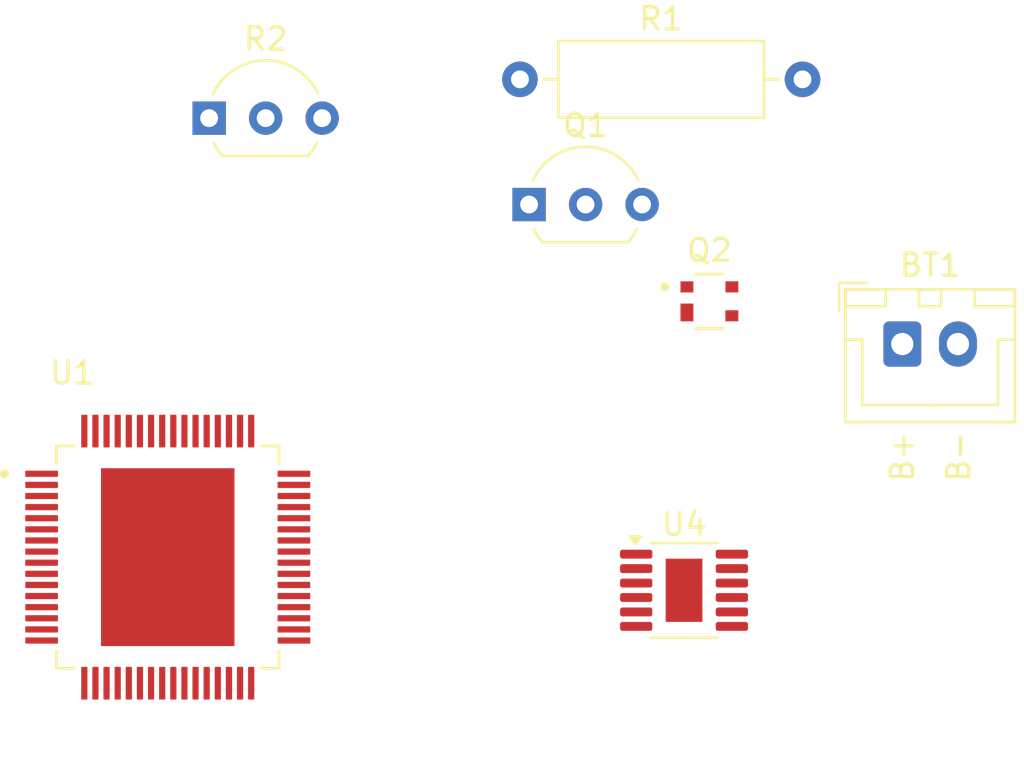
<source format=kicad_pcb>
(kicad_pcb (version 20240108) (generator "pcbnew") (generator_version "8.0")
  (layers (0 "F.Cu" signal) (31 "B.Cu" signal) (34 "B.Paste" user) (35 "F.Paste" user) (36 "B.SilkS" user "B.Silkscreen") (37 "F.SilkS" user "F.Silkscreen") (38 "B.Mask" user) (39 "F.Mask" user) (44 "Edge.Cuts" user))
  (net 0 "")
  (net 1 "Net-(BT1-+)")
  (net 2 "Net-(BT1--)")
  (net 3 "/Input/A1")
  (net 4 "Net-(Q1-G)")
  (net 5 "Net-(Q1-S)")
  (net 6 "/Input/A2")
  (net 7 "GND")
  (net 8 "Net-(C3-Pad2)")
  (net 9 "Net-(Q2-B)")
  (net 10 "Net-(U4-C+)")
  (net 11 "Net-(U4-C-)")
  (net 12 "/Battery Charger/~{PQR}")
  (net 13 "Net-(SW1A-A)")
  (net 14 "Net-(U4-OUTS{slash}ADJ)")
  (net 15 "Net-(U1-RD3)")
  (net 16 "/-Vin")
  (net 17 "Net-(J4-Pin_1)")
  (net 20 "/BufferdVref")
  (net 21 "/SDA1")
  (net 22 "/CBIAS")
  (net 24 "/Vref")
  (net 25 "Net-(J2-Pin_1)")
  (net 26 "Net-(BT2-+)")
  (net 27 "/ROL")
  (net 28 "/SCL1")
  (net 29 "Net-(J2-Pin_4)")
  (net 30 "Net-(J4-Pin_4)")
  (net 32 "Net-(J2-Pin_7)")
  (net 33 "Net-(J2-Pin_6)")
  (net 34 "Net-(U1-RD2)")
  (net 38 "/RSW")
  (net 39 "Net-(J2-Pin_2)")
  (net 40 "Net-(U1-SOSCO)")
  (net 41 "Net-(U1-RD1)")
  (net 43 "Net-(U1-RD4)")
  (net 44 "Net-(J4-Pin_5)")
  (net 46 "+3.3V")
  (net 47 "/SEL0")
  (net 48 "/L")
  (net 49 "Net-(U1-Vcap)")
  (net 50 "Net-(U1-SOSCI)")
  (net 52 "Net-(J2-Pin_3)")
  (net 54 "/INTO")
  (net 55 "/SEL2")
  (net 57 "/RBL")
  (net 58 "Net-(J2-Pin_8)")
  (net 61 "/X1")
  (net 62 "/SEL1")
  (net 63 "/T1CK")
  (net 65 "Net-(J2-Pin_5)")
  (net 66 "/X0")
  (net 67 "/R")
  (net 68 "/+Vin")
  (net 69 "Net-(C2-Pad1)")
  (footprint "Package_TO_SOT_THT:TO-92L_Inline_Wide" (layer "F.Cu") (at 152.81 102.945)
    (property "Reference" "Q1" (at 2.54 -3.56 0) (layer "F.SilkS"))
    (property "Value" "BF245B")
    (fp_line (start 0.6 1.7) (end 4.45 1.7) (stroke (width 0.12)) (layer "F.SilkS"))
    (fp_arc (start 0.1836 -1.098807) (mid 1.143021 -2.192817) (end 2.54 -2.6) (stroke (width 0.12)) (layer "F.SilkS"))
    (fp_arc (start 0.6 1.7) (mid 0.389183 1.423933) (end 0.217369 1.122045) (stroke (width 0.12)) (layer "F.SilkS"))
    (fp_arc (start 2.54 -2.6) (mid 3.936979 -2.192818) (end 4.8964 -1.098807) (stroke (width 0.12)) (layer "F.SilkS"))
    (fp_arc (start 4.842383 1.112264) (mid 4.666594 1.419753) (end 4.45 1.7) (stroke (width 0.12)) (layer "F.SilkS"))
    (pad "1" thru_hole rect (at 0 0) (size 1.5 1.5) (drill 0.8) (layers "*.Cu" "*.Mask") (net 4 "Net-(Q1-G)"))
    (pad "2" thru_hole circle (at 2.54 0) (size 1.5 1.5) (drill 0.8) (layers "*.Cu" "*.Mask") (net 5 "Net-(Q1-S)"))
    (pad "3" thru_hole circle (at 5.08 0) (size 1.5 1.5) (drill 0.8) (layers "*.Cu" "*.Mask") (net 3 "/Input/A1"))
  )
  (footprint "Resistor_THT:R_Axial_DIN0309_L9.0mm_D3.2mm_P12.70mm_Horizontal" (layer "F.Cu") (at 152.4 97.315)
    (property "Reference" "R1" (at 6.35 -2.72 0) (layer "F.SilkS"))
    (property "Value" "1M2")
    (fp_line (start 1.04 0) (end 1.73 0) (stroke (width 0.12)) (layer "F.SilkS"))
    (fp_line (start 1.73 -1.72) (end 1.73 1.72) (stroke (width 0.12)) (layer "F.SilkS"))
    (fp_line (start 1.73 1.72) (end 10.97 1.72) (stroke (width 0.12)) (layer "F.SilkS"))
    (fp_line (start 10.97 -1.72) (end 1.73 -1.72) (stroke (width 0.12)) (layer "F.SilkS"))
    (fp_line (start 10.97 1.72) (end 10.97 -1.72) (stroke (width 0.12)) (layer "F.SilkS"))
    (fp_line (start 11.66 0) (end 10.97 0) (stroke (width 0.12)) (layer "F.SilkS"))
    (pad "1" thru_hole circle (at 0 0) (size 1.6 1.6) (drill 0.8) (layers "*.Cu" "*.Mask") (net 4 "Net-(Q1-G)"))
    (pad "2" thru_hole oval (at 12.7 0) (size 1.6 1.6) (drill 0.8) (layers "*.Cu" "*.Mask") (net 7 "GND"))
  )
  (footprint "My_Parts:INFINEON_BFP540" (layer "F.Cu") (at 160.915 107.3)
    (property "Reference" "Q2" (at 0 -2.285 0) (layer "F.SilkS"))
    (property "Value" "BGA420")
    (fp_line (start -0.625 -1.22) (end 0.625 -1.22) (stroke (width 0.127)) (layer "F.SilkS"))
    (fp_line (start -0.625 1.22) (end 0.625 1.22) (stroke (width 0.127)) (layer "F.SilkS"))
    (fp_circle (center -2.01 -0.65) (end -1.91 -0.65) (stroke (width 0.2)) (fill none) (layer "F.SilkS"))
    (pad "1" smd rect (at -1.01 -0.65) (size 0.58 0.5) (layers "F.Cu" "F.Paste" "F.Mask") (net 9 "Net-(Q2-B)"))
    (pad "2" smd rect (at -1.01 0.5) (size 0.58 0.8) (layers "F.Cu" "F.Paste" "F.Mask") (net 7 "GND"))
    (pad "3" smd rect (at 1.01 0.65) (size 0.58 0.5) (layers "F.Cu" "F.Paste" "F.Mask") (net 6 "/Input/A2"))
    (pad "4" smd rect (at 1.01 -0.65) (size 0.58 0.5) (layers "F.Cu" "F.Paste" "F.Mask") (net 8 "Net-(C3-Pad2)"))
  )
  (footprint "Package_SO:MSOP-12-1EP_3x4.039mm_P0.65mm_EP1.651x2.845mm" (layer "F.Cu") (at 159.775 120.295)
    (property "Reference" "U4" (at 0 -2.97 0) (layer "F.SilkS"))
    (property "Value" "LTC3245xMSE")
    (fp_line (start 0 -2.1295) (end -1.5 -2.1295) (stroke (width 0.12)) (layer "F.SilkS"))
    (fp_line (start 0 -2.1295) (end 1.5 -2.1295) (stroke (width 0.12)) (layer "F.SilkS"))
    (fp_line (start 0 2.1295) (end -1.5 2.1295) (stroke (width 0.12)) (layer "F.SilkS"))
    (fp_line (start 0 2.1295) (end 1.5 2.1295) (stroke (width 0.12)) (layer "F.SilkS"))
    (fp_poly (pts (xy -2.1875 -2.085) (xy -2.4275 -2.415) (xy -1.9475 -2.415) (xy -2.1875 -2.085)) (stroke (width 0.12)) (fill solid) (layer "F.SilkS"))
    (pad "1" smd roundrect (at -2.15 -1.625) (size 1.45 0.4) (layers "F.Cu" "F.Paste" "F.Mask") (net 1 "Net-(BT1-+)"))
    (pad "2" smd roundrect (at -2.15 -0.975) (size 1.45 0.4) (layers "F.Cu" "F.Paste" "F.Mask") (net 1 "Net-(BT1-+)"))
    (pad "3" smd roundrect (at -2.15 -0.325) (size 1.45 0.4) (layers "F.Cu" "F.Paste" "F.Mask") (net 1 "Net-(BT1-+)"))
    (pad "4" smd roundrect (at -2.15 0.325) (size 1.45 0.4) (layers "F.Cu" "F.Paste" "F.Mask") (net 7 "GND"))
    (pad "5" smd roundrect (at -2.15 0.975) (size 1.45 0.4) (layers "F.Cu" "F.Paste" "F.Mask") (net 13 "Net-(SW1A-A)"))
    (pad "6" smd roundrect (at -2.15 1.625) (size 1.45 0.4) (layers "F.Cu" "F.Paste" "F.Mask") (net 13 "Net-(SW1A-A)"))
    (pad "7" smd roundrect (at 2.15 1.625) (size 1.45 0.4) (layers "F.Cu" "F.Paste" "F.Mask") (net 14 "Net-(U4-OUTS{slash}ADJ)"))
    (pad "8" smd roundrect (at 2.15 0.975) (size 1.45 0.4) (layers "F.Cu" "F.Paste" "F.Mask") (net 12 "/Battery Charger/~{PQR}"))
    (pad "9" smd roundrect (at 2.15 0.325) (size 1.45 0.4) (layers "F.Cu" "F.Paste" "F.Mask") (net 10 "Net-(U4-C+)"))
    (pad "10" smd roundrect (at 2.15 -0.325) (size 1.45 0.4) (layers "F.Cu" "F.Paste" "F.Mask") (net 14 "Net-(U4-OUTS{slash}ADJ)"))
    (pad "11" smd roundrect (at 2.15 -0.975) (size 1.45 0.4) (layers "F.Cu" "F.Paste" "F.Mask") (net 11 "Net-(U4-C-)"))
    (pad "12" smd roundrect (at 2.15 -1.625) (size 1.45 0.4) (layers "F.Cu" "F.Paste" "F.Mask") (net 7 "GND"))
    (pad "13" smd rect (at 0 0) (size 1.651 2.845) (property pad_prop_heatsink) (layers "F.Cu" "F.Mask") (net 7 "GND"))
  )
  (footprint "My_Headers:2-pin JST Battery In" (layer "F.Cu") (at 169.585 109.22)
    (property "Reference" "BT1" (at 1.25 -3.55 0) (layer "F.SilkS"))
    (property "Value" "Battery")
    (fp_line (start -2.85 -2.75) (end -2.85 -1.5) (stroke (width 0.12)) (layer "F.SilkS"))
    (fp_line (start -2.56 -2.46) (end -2.56 3.51) (stroke (width 0.12)) (layer "F.SilkS"))
    (fp_line (start -2.56 3.51) (end 5.06 3.51) (stroke (width 0.12)) (layer "F.SilkS"))
    (fp_line (start -2.55 -2.45) (end -2.55 -1.7) (stroke (width 0.12)) (layer "F.SilkS"))
    (fp_line (start -2.55 -1.7) (end -0.75 -1.7) (stroke (width 0.12)) (layer "F.SilkS"))
    (fp_line (start -2.55 -0.2) (end -1.8 -0.2) (stroke (width 0.12)) (layer "F.SilkS"))
    (fp_line (start -1.8 -0.2) (end -1.8 2.75) (stroke (width 0.12)) (layer "F.SilkS"))
    (fp_line (start -1.8 2.75) (end 1.25 2.75) (stroke (width 0.12)) (layer "F.SilkS"))
    (fp_line (start -1.6 -2.75) (end -2.85 -2.75) (stroke (width 0.12)) (layer "F.SilkS"))
    (fp_line (start -0.75 -2.45) (end -2.55 -2.45) (stroke (width 0.12)) (layer "F.SilkS"))
    (fp_line (start -0.75 -1.7) (end -0.75 -2.45) (stroke (width 0.12)) (layer "F.SilkS"))
    (fp_line (start 0.75 -2.45) (end 0.75 -1.7) (stroke (width 0.12)) (layer "F.SilkS"))
    (fp_line (start 0.75 -1.7) (end 1.75 -1.7) (stroke (width 0.12)) (layer "F.SilkS"))
    (fp_line (start 1.75 -2.45) (end 0.75 -2.45) (stroke (width 0.12)) (layer "F.SilkS"))
    (fp_line (start 1.75 -1.7) (end 1.75 -2.45) (stroke (width 0.12)) (layer "F.SilkS"))
    (fp_line (start 3.25 -2.45) (end 3.25 -1.7) (stroke (width 0.12)) (layer "F.SilkS"))
    (fp_line (start 3.25 -1.7) (end 5.05 -1.7) (stroke (width 0.12)) (layer "F.SilkS"))
    (fp_line (start 4.3 -0.2) (end 4.3 2.75) (stroke (width 0.12)) (layer "F.SilkS"))
    (fp_line (start 4.3 2.75) (end 1.25 2.75) (stroke (width 0.12)) (layer "F.SilkS"))
    (fp_line (start 5.05 -2.45) (end 3.25 -2.45) (stroke (width 0.12)) (layer "F.SilkS"))
    (fp_line (start 5.05 -1.7) (end 5.05 -2.45) (stroke (width 0.12)) (layer "F.SilkS"))
    (fp_line (start 5.05 -0.2) (end 4.3 -0.2) (stroke (width 0.12)) (layer "F.SilkS"))
    (fp_line (start 5.06 -2.46) (end -2.56 -2.46) (stroke (width 0.12)) (layer "F.SilkS"))
    (fp_line (start 5.06 3.51) (end 5.06 -2.46) (stroke (width 0.12)) (layer "F.SilkS"))
    (fp_text user "B-" (at 2.54 5.08 90) (layer "F.SilkS"))
    (fp_text user "B+" (at 0 5.08 90) (layer "F.SilkS"))
    (pad "1" thru_hole roundrect (at 0 0) (size 1.7 2.032) (drill 1) (layers "*.Cu" "*.Mask") (roundrect_rratio 0.147059) (net 1 "Net-(BT1-+)"))
    (pad "2" thru_hole oval (at 2.5 0) (size 1.7 2.032) (drill 1) (layers "*.Cu" "*.Mask") (net 2 "Net-(BT1--)"))
  )
  (footprint "My_Parts:QFP50P1200X1200X120-65N" (layer "F.Cu") (at 136.57 118.805)
    (property "Reference" "U1" (at -4.295 -8.29 0) (layer "F.SilkS"))
    (property "Value" "PIC24FJ64GC006-I/PT")
    (fp_line (start -5 -5) (end -5 -4.21) (stroke (width 0.127)) (layer "F.SilkS"))
    (fp_line (start -5 -5) (end -4.21 -5) (stroke (width 0.127)) (layer "F.SilkS"))
    (fp_line (start -5 5) (end -5 4.21) (stroke (width 0.127)) (layer "F.SilkS"))
    (fp_line (start -5 5) (end -4.21 5) (stroke (width 0.127)) (layer "F.SilkS"))
    (fp_line (start 5 -5) (end 4.21 -5) (stroke (width 0.127)) (layer "F.SilkS"))
    (fp_line (start 5 -5) (end 5 -4.21) (stroke (width 0.127)) (layer "F.SilkS"))
    (fp_line (start 5 5) (end 4.21 5) (stroke (width 0.127)) (layer "F.SilkS"))
    (fp_line (start 5 5) (end 5 4.21) (stroke (width 0.127)) (layer "F.SilkS"))
    (fp_circle (center -7.34 -3.75) (end -7.24 -3.75) (stroke (width 0.2)) (fill none) (layer "F.SilkS"))
    (pad "1" smd roundrect (at -5.67 -3.75) (size 1.47 0.28) (layers "F.Cu" "F.Paste" "F.Mask") (roundrect_rratio 0.125) (net 33 "Net-(J2-Pin_6)"))
    (pad "2" smd roundrect (at -5.67 -3.25) (size 1.47 0.28) (layers "F.Cu" "F.Paste" "F.Mask") (roundrect_rratio 0.125) (net 32 "Net-(J2-Pin_7)"))
    (pad "3" smd roundrect (at -5.67 -2.75) (size 1.47 0.28) (layers "F.Cu" "F.Paste" "F.Mask") (roundrect_rratio 0.125) (net 58 "Net-(J2-Pin_8)"))
    (pad "4" smd roundrect (at -5.67 -2.25) (size 1.47 0.28) (layers "F.Cu" "F.Paste" "F.Mask") (roundrect_rratio 0.125) (net 24 "/Vref"))
    (pad "5" smd roundrect (at -5.67 -1.75) (size 1.47 0.28) (layers "F.Cu" "F.Paste" "F.Mask") (roundrect_rratio 0.125))
    (pad "6" smd roundrect (at -5.67 -1.25) (size 1.47 0.28) (layers "F.Cu" "F.Paste" "F.Mask") (roundrect_rratio 0.125))
    (pad "7" smd roundrect (at -5.67 -0.75) (size 1.47 0.28) (layers "F.Cu" "F.Paste" "F.Mask") (roundrect_rratio 0.125) (net 17 "Net-(J4-Pin_1)"))
    (pad "8" smd roundrect (at -5.67 -0.25) (size 1.47 0.28) (layers "F.Cu" "F.Paste" "F.Mask") (roundrect_rratio 0.125) (net 24 "/Vref"))
    (pad "9" smd roundrect (at -5.67 0.25) (size 1.47 0.28) (layers "F.Cu" "F.Paste" "F.Mask") (roundrect_rratio 0.125) (net 7 "GND"))
    (pad "10" smd roundrect (at -5.67 0.75) (size 1.47 0.28) (layers "F.Cu" "F.Paste" "F.Mask") (roundrect_rratio 0.125) (net 46 "+3.3V"))
    (pad "11" smd roundrect (at -5.67 1.25) (size 1.47 0.28) (layers "F.Cu" "F.Paste" "F.Mask") (roundrect_rratio 0.125) (net 20 "/BufferdVref"))
    (pad "12" smd roundrect (at -5.67 1.75) (size 1.47 0.28) (layers "F.Cu" "F.Paste" "F.Mask") (roundrect_rratio 0.125) (net 55 "/SEL2"))
    (pad "13" smd roundrect (at -5.67 2.25) (size 1.47 0.28) (layers "F.Cu" "F.Paste" "F.Mask") (roundrect_rratio 0.125) (net 62 "/SEL1"))
    (pad "14" smd roundrect (at -5.67 2.75) (size 1.47 0.28) (layers "F.Cu" "F.Paste" "F.Mask") (roundrect_rratio 0.125) (net 47 "/SEL0"))
    (pad "15" smd roundrect (at -5.67 3.25) (size 1.47 0.28) (layers "F.Cu" "F.Paste" "F.Mask") (roundrect_rratio 0.125) (net 44 "Net-(J4-Pin_5)"))
    (pad "16" smd roundrect (at -5.67 3.75) (size 1.47 0.28) (layers "F.Cu" "F.Paste" "F.Mask") (roundrect_rratio 0.125) (net 30 "Net-(J4-Pin_4)"))
    (pad "17" smd roundrect (at -3.75 5.67) (size 0.28 1.47) (layers "F.Cu" "F.Paste" "F.Mask") (roundrect_rratio 0.125))
    (pad "18" smd roundrect (at -3.25 5.67) (size 0.28 1.47) (layers "F.Cu" "F.Paste" "F.Mask") (roundrect_rratio 0.125))
    (pad "19" smd roundrect (at -2.75 5.67) (size 0.28 1.47) (layers "F.Cu" "F.Paste" "F.Mask") (roundrect_rratio 0.125) (net 46 "+3.3V"))
    (pad "20" smd roundrect (at -2.25 5.67) (size 0.28 1.47) (layers "F.Cu" "F.Paste" "F.Mask") (roundrect_rratio 0.125) (net 7 "GND"))
    (pad "21" smd roundrect (at -1.75 5.67) (size 0.28 1.47) (layers "F.Cu" "F.Paste" "F.Mask") (roundrect_rratio 0.125) (net 68 "/+Vin"))
    (pad "22" smd roundrect (at -1.25 5.67) (size 0.28 1.47) (layers "F.Cu" "F.Paste" "F.Mask") (roundrect_rratio 0.125) (net 16 "/-Vin"))
    (pad "23" smd roundrect (at -0.75 5.67) (size 0.28 1.47) (layers "F.Cu" "F.Paste" "F.Mask") (roundrect_rratio 0.125))
    (pad "24" smd roundrect (at -0.25 5.67) (size 0.28 1.47) (layers "F.Cu" "F.Paste" "F.Mask") (roundrect_rratio 0.125) (net 20 "/BufferdVref"))
    (pad "25" smd roundrect (at 0.25 5.67) (size 0.28 1.47) (layers "F.Cu" "F.Paste" "F.Mask") (roundrect_rratio 0.125) (net 7 "GND"))
    (pad "26" smd roundrect (at 0.75 5.67) (size 0.28 1.47) (layers "F.Cu" "F.Paste" "F.Mask") (roundrect_rratio 0.125) (net 46 "+3.3V"))
    (pad "27" smd roundrect (at 1.25 5.67) (size 0.28 1.47) (layers "F.Cu" "F.Paste" "F.Mask") (roundrect_rratio 0.125) (net 63 "/T1CK"))
    (pad "28" smd roundrect (at 1.75 5.67) (size 0.28 1.47) (layers "F.Cu" "F.Paste" "F.Mask") (roundrect_rratio 0.125) (net 22 "/CBIAS"))
    (pad "29" smd roundrect (at 2.25 5.67) (size 0.28 1.47) (layers "F.Cu" "F.Paste" "F.Mask") (roundrect_rratio 0.125))
    (pad "30" smd roundrect (at 2.75 5.67) (size 0.28 1.47) (layers "F.Cu" "F.Paste" "F.Mask") (roundrect_rratio 0.125))
    (pad "31" smd roundrect (at 3.25 5.67) (size 0.28 1.47) (layers "F.Cu" "F.Paste" "F.Mask") (roundrect_rratio 0.125) (net 63 "/T1CK"))
    (pad "32" smd roundrect (at 3.75 5.67) (size 0.28 1.47) (layers "F.Cu" "F.Paste" "F.Mask") (roundrect_rratio 0.125))
    (pad "33" smd roundrect (at 5.67 3.75) (size 1.47 0.28) (layers "F.Cu" "F.Paste" "F.Mask") (roundrect_rratio 0.125) (net 38 "/RSW"))
    (pad "34" smd roundrect (at 5.67 3.25) (size 1.47 0.28) (layers "F.Cu" "F.Paste" "F.Mask") (roundrect_rratio 0.125))
    (pad "35" smd roundrect (at 5.67 2.75) (size 1.47 0.28) (layers "F.Cu" "F.Paste" "F.Mask") (roundrect_rratio 0.125))
    (pad "36" smd roundrect (at 5.67 2.25) (size 1.47 0.28) (layers "F.Cu" "F.Paste" "F.Mask") (roundrect_rratio 0.125) (net 27 "/ROL"))
    (pad "37" smd roundrect (at 5.67 1.75) (size 1.47 0.28) (layers "F.Cu" "F.Paste" "F.Mask") (roundrect_rratio 0.125) (net 57 "/RBL"))
    (pad "38" smd roundrect (at 5.67 1.25) (size 1.47 0.28) (layers "F.Cu" "F.Paste" "F.Mask") (roundrect_rratio 0.125) (net 46 "+3.3V"))
    (pad "39" smd roundrect (at 5.67 0.75) (size 1.47 0.28) (layers "F.Cu" "F.Paste" "F.Mask") (roundrect_rratio 0.125) (net 61 "/X1"))
    (pad "40" smd roundrect (at 5.67 0.25) (size 1.47 0.28) (layers "F.Cu" "F.Paste" "F.Mask") (roundrect_rratio 0.125) (net 66 "/X0"))
    (pad "41" smd roundrect (at 5.67 -0.25) (size 1.47 0.28) (layers "F.Cu" "F.Paste" "F.Mask") (roundrect_rratio 0.125) (net 7 "GND"))
    (pad "42" smd roundrect (at 5.67 -0.75) (size 1.47 0.28) (layers "F.Cu" "F.Paste" "F.Mask") (roundrect_rratio 0.125))
    (pad "43" smd roundrect (at 5.67 -1.25) (size 1.47 0.28) (layers "F.Cu" "F.Paste" "F.Mask") (roundrect_rratio 0.125) (net 21 "/SDA1"))
    (pad "44" smd roundrect (at 5.67 -1.75) (size 1.47 0.28) (layers "F.Cu" "F.Paste" "F.Mask") (roundrect_rratio 0.125) (net 28 "/SCL1"))
    (pad "45" smd roundrect (at 5.67 -2.25) (size 1.47 0.28) (layers "F.Cu" "F.Paste" "F.Mask") (roundrect_rratio 0.125))
    (pad "46" smd roundrect (at 5.67 -2.75) (size 1.47 0.28) (layers "F.Cu" "F.Paste" "F.Mask") (roundrect_rratio 0.125) (net 54 "/INTO"))
    (pad "47" smd roundrect (at 5.67 -3.25) (size 1.47 0.28) (layers "F.Cu" "F.Paste" "F.Mask") (roundrect_rratio 0.125) (net 50 "Net-(U1-SOSCI)"))
    (pad "48" smd roundrect (at 5.67 -3.75) (size 1.47 0.28) (layers "F.Cu" "F.Paste" "F.Mask") (roundrect_rratio 0.125) (net 40 "Net-(U1-SOSCO)"))
    (pad "49" smd roundrect (at 3.75 -5.67) (size 0.28 1.47) (layers "F.Cu" "F.Paste" "F.Mask") (roundrect_rratio 0.125) (net 41 "Net-(U1-RD1)"))
    (pad "50" smd roundrect (at 3.25 -5.67) (size 0.28 1.47) (layers "F.Cu" "F.Paste" "F.Mask") (roundrect_rratio 0.125) (net 34 "Net-(U1-RD2)"))
    (pad "51" smd roundrect (at 2.75 -5.67) (size 0.28 1.47) (layers "F.Cu" "F.Paste" "F.Mask") (roundrect_rratio 0.125) (net 15 "Net-(U1-RD3)"))
    (pad "52" smd roundrect (at 2.25 -5.67) (size 0.28 1.47) (layers "F.Cu" "F.Paste" "F.Mask") (roundrect_rratio 0.125) (net 43 "Net-(U1-RD4)"))
    (pad "53" smd roundrect (at 1.75 -5.67) (size 0.28 1.47) (layers "F.Cu" "F.Paste" "F.Mask") (roundrect_rratio 0.125))
    (pad "54" smd roundrect (at 1.25 -5.67) (size 0.28 1.47) (layers "F.Cu" "F.Paste" "F.Mask") (roundrect_rratio 0.125))
    (pad "55" smd roundrect (at 0.75 -5.67) (size 0.28 1.47) (layers "F.Cu" "F.Paste" "F.Mask") (roundrect_rratio 0.125))
    (pad "56" smd roundrect (at 0.25 -5.67) (size 0.28 1.47) (layers "F.Cu" "F.Paste" "F.Mask") (roundrect_rratio 0.125) (net 49 "Net-(U1-Vcap)"))
    (pad "57" smd roundrect (at -0.25 -5.67) (size 0.28 1.47) (layers "F.Cu" "F.Paste" "F.Mask") (roundrect_rratio 0.125) (net 26 "Net-(BT2-+)"))
    (pad "58" smd roundrect (at -0.75 -5.67) (size 0.28 1.47) (layers "F.Cu" "F.Paste" "F.Mask") (roundrect_rratio 0.125) (net 48 "/L"))
    (pad "59" smd roundrect (at -1.25 -5.67) (size 0.28 1.47) (layers "F.Cu" "F.Paste" "F.Mask") (roundrect_rratio 0.125) (net 67 "/R"))
    (pad "60" smd roundrect (at -1.75 -5.67) (size 0.28 1.47) (layers "F.Cu" "F.Paste" "F.Mask") (roundrect_rratio 0.125) (net 25 "Net-(J2-Pin_1)"))
    (pad "61" smd roundrect (at -2.25 -5.67) (size 0.28 1.47) (layers "F.Cu" "F.Paste" "F.Mask") (roundrect_rratio 0.125) (net 39 "Net-(J2-Pin_2)"))
    (pad "62" smd roundrect (at -2.75 -5.67) (size 0.28 1.47) (layers "F.Cu" "F.Paste" "F.Mask") (roundrect_rratio 0.125) (net 52 "Net-(J2-Pin_3)"))
    (pad "63" smd roundrect (at -3.25 -5.67) (size 0.28 1.47) (layers "F.Cu" "F.Paste" "F.Mask") (roundrect_rratio 0.125) (net 29 "Net-(J2-Pin_4)"))
    (pad "64" smd roundrect (at -3.75 -5.67) (size 0.28 1.47) (layers "F.Cu" "F.Paste" "F.Mask") (roundrect_rratio 0.125) (net 65 "Net-(J2-Pin_5)"))
    (pad "65" smd rect (at 0 0) (size 6 8) (layers "F.Cu" "F.Mask"))
  )
  (footprint "Package_TO_SOT_THT:TO-92L_Inline_Wide" (layer "F.Cu") (at 138.43 99.06)
    (property "Reference" "R2" (at 2.54 -3.56 0) (layer "F.SilkS"))
    (property "Value" "390R")
    (fp_line (start 0.6 1.7) (end 4.45 1.7) (stroke (width 0.12)) (layer "F.SilkS"))
    (fp_arc (start 0.1836 -1.098807) (mid 1.143021 -2.192817) (end 2.54 -2.6) (stroke (width 0.12)) (layer "F.SilkS"))
    (fp_arc (start 0.6 1.7) (mid 0.389183 1.423933) (end 0.217369 1.122045) (stroke (width 0.12)) (layer "F.SilkS"))
    (fp_arc (start 2.54 -2.6) (mid 3.936979 -2.192818) (end 4.8964 -1.098807) (stroke (width 0.12)) (layer "F.SilkS"))
    (fp_arc (start 4.842383 1.112264) (mid 4.666594 1.419753) (end 4.45 1.7) (stroke (width 0.12)) (layer "F.SilkS"))
    (pad "1" thru_hole rect (at 0 0) (size 1.5 1.5) (drill 0.8) (layers "*.Cu" "*.Mask") (net 69 "Net-(C2-Pad1)"))
    (pad "2" thru_hole circle (at 2.54 0) (size 1.5 1.5) (drill 0.8) (layers "*.Cu" "*.Mask") (net 3 "/Input/A1"))
    (pad "3" thru_hole circle (at 5.08 0) (size 1.5 1.5) (drill 0.8) (layers "*.Cu" "*.Mask"))
  )
)
</source>
